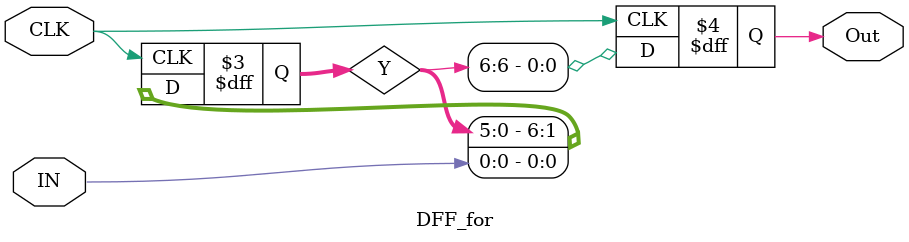
<source format=v>
`timescale 1ns / 1ps


module DFF_for(
    input IN,
    input CLK,
    output reg Out
    );
    integer i;
    reg [6:0]Y;
    always @ (posedge CLK) begin
        Y[0] <= IN;
        for(i = 1; i <= 6; i = i+1)begin
            Y[i] <= Y[i-1];
        end
        Out <= Y[6];        
    end
   
endmodule

</source>
